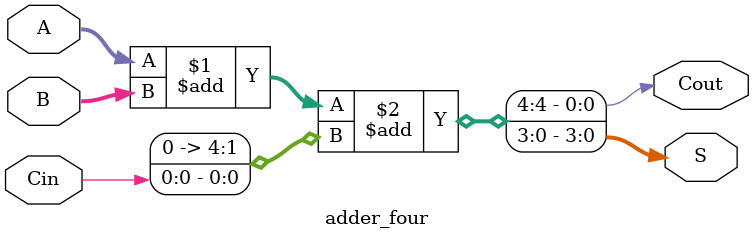
<source format=v>
module adder_four (A, B, Cin, S, Cout);
input [3:0] A, B;
input Cin;
output [3:0]S;
output Cout;
assign {Cout, S} = A + B + {3'b000, Cin};
endmodule
</source>
